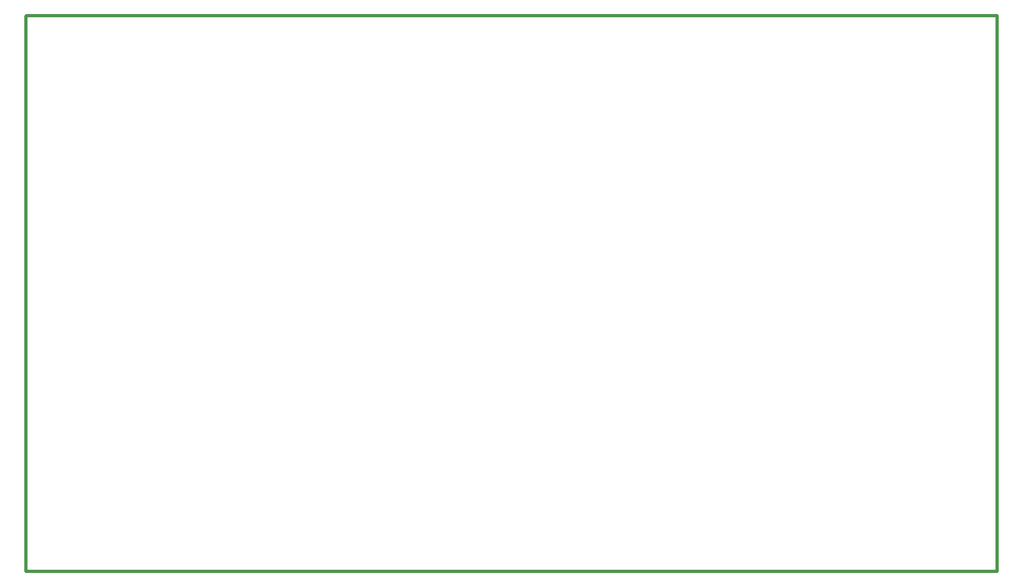
<source format=gko>
G04*
G04 #@! TF.GenerationSoftware,Altium Limited,Altium Designer,25.4.2 (15)*
G04*
G04 Layer_Color=16711935*
%FSLAX44Y44*%
%MOMM*%
G71*
G04*
G04 #@! TF.SameCoordinates,AB3986B5-8965-4272-984F-493E451A5069*
G04*
G04*
G04 #@! TF.FilePolarity,Positive*
G04*
G01*
G75*
%ADD135C,0.5000*%
D135*
X0Y0D02*
Y871220D01*
X1270Y872490D01*
X1524000D01*
Y0D02*
Y872490D01*
X0Y0D02*
X1524000D01*
M02*

</source>
